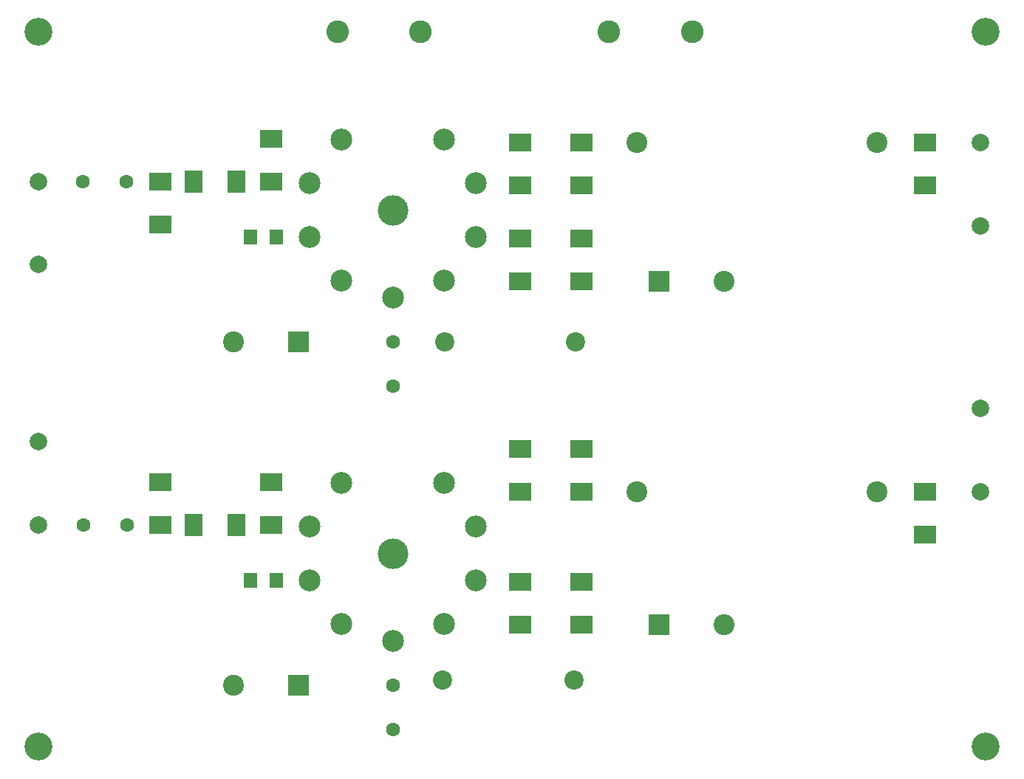
<source format=gbr>
G04 #@! TF.GenerationSoftware,KiCad,Pcbnew,(5.1.9-0-10_14)*
G04 #@! TF.CreationDate,2021-01-19T13:48:43+01:00*
G04 #@! TF.ProjectId,pre-amp-ecc88,7072652d-616d-4702-9d65-636338382e6b,rev?*
G04 #@! TF.SameCoordinates,Original*
G04 #@! TF.FileFunction,Soldermask,Top*
G04 #@! TF.FilePolarity,Negative*
%FSLAX46Y46*%
G04 Gerber Fmt 4.6, Leading zero omitted, Abs format (unit mm)*
G04 Created by KiCad (PCBNEW (5.1.9-0-10_14)) date 2021-01-19 13:48:43*
%MOMM*%
%LPD*%
G01*
G04 APERTURE LIST*
%ADD10C,2.400000*%
%ADD11R,2.400000X2.400000*%
%ADD12C,1.600000*%
%ADD13C,3.497580*%
%ADD14C,2.499360*%
%ADD15R,2.600000X2.100000*%
%ADD16R,1.500000X1.800000*%
%ADD17R,2.100000X2.600000*%
%ADD18C,2.000000*%
%ADD19C,2.600000*%
%ADD20C,2.200000*%
%ADD21C,3.200000*%
G04 APERTURE END LIST*
D10*
X66160000Y-111760000D03*
D11*
X73660000Y-111760000D03*
D12*
X84455000Y-116760000D03*
X84455000Y-111760000D03*
D10*
X66160000Y-151130000D03*
D11*
X73660000Y-151130000D03*
D12*
X84455000Y-156130000D03*
X84455000Y-151130000D03*
D13*
X84439760Y-96608900D03*
D14*
X78562200Y-88519000D03*
X74930000Y-93522800D03*
X74930000Y-99695000D03*
X78562200Y-104698800D03*
X84439760Y-106608880D03*
X90317320Y-104698800D03*
X93949520Y-99695000D03*
X93949520Y-93522800D03*
X90317320Y-88519000D03*
D15*
X145415000Y-93800000D03*
X145415000Y-88900000D03*
X99060000Y-93800000D03*
X99060000Y-88900000D03*
X106045000Y-93800000D03*
X106045000Y-88900000D03*
X70485000Y-93345000D03*
X70485000Y-88445000D03*
X99060000Y-99875000D03*
X99060000Y-104775000D03*
X106045000Y-99875000D03*
X106045000Y-104775000D03*
D16*
X68120000Y-99695000D03*
X71120000Y-99695000D03*
D17*
X61595000Y-93345000D03*
X66495000Y-93345000D03*
D15*
X57785000Y-98245000D03*
X57785000Y-93345000D03*
D18*
X151765000Y-98425000D03*
X151765000Y-88900000D03*
D19*
X78105000Y-76200000D03*
X87630000Y-76200000D03*
D18*
X43815000Y-102870000D03*
X43815000Y-93345000D03*
D10*
X112395000Y-88900000D03*
X139895000Y-88900000D03*
X122435000Y-104775000D03*
D11*
X114935000Y-104775000D03*
D20*
X105410000Y-111760000D03*
X90410000Y-111760000D03*
D12*
X48895000Y-93345000D03*
X53895000Y-93345000D03*
D15*
X145415000Y-133805000D03*
X145415000Y-128905000D03*
X99060000Y-124005000D03*
X99060000Y-128905000D03*
X106045000Y-124005000D03*
X106045000Y-128905000D03*
X70485000Y-132715000D03*
X70485000Y-127815000D03*
X99060000Y-139245000D03*
X99060000Y-144145000D03*
X106045000Y-139245000D03*
X106045000Y-144145000D03*
D16*
X68120000Y-139065000D03*
X71120000Y-139065000D03*
D17*
X61595000Y-132715000D03*
X66495000Y-132715000D03*
D15*
X57785000Y-127815000D03*
X57785000Y-132715000D03*
D18*
X151765000Y-119380000D03*
X151765000Y-128905000D03*
D19*
X109220000Y-76200000D03*
X118745000Y-76200000D03*
D18*
X43815000Y-123190000D03*
X43815000Y-132715000D03*
D21*
X152400000Y-76200000D03*
X152400000Y-158115000D03*
X43815000Y-158115000D03*
X43815000Y-76200000D03*
D10*
X112395000Y-128905000D03*
X139895000Y-128905000D03*
X122435000Y-144145000D03*
D11*
X114935000Y-144145000D03*
D20*
X105170000Y-150495000D03*
X90170000Y-150495000D03*
D12*
X48975000Y-132715000D03*
X53975000Y-132715000D03*
D13*
X84439760Y-135978900D03*
D14*
X78562200Y-127889000D03*
X74930000Y-132892800D03*
X74930000Y-139065000D03*
X78562200Y-144068800D03*
X84439760Y-145978880D03*
X90317320Y-144068800D03*
X93949520Y-139065000D03*
X93949520Y-132892800D03*
X90317320Y-127889000D03*
M02*

</source>
